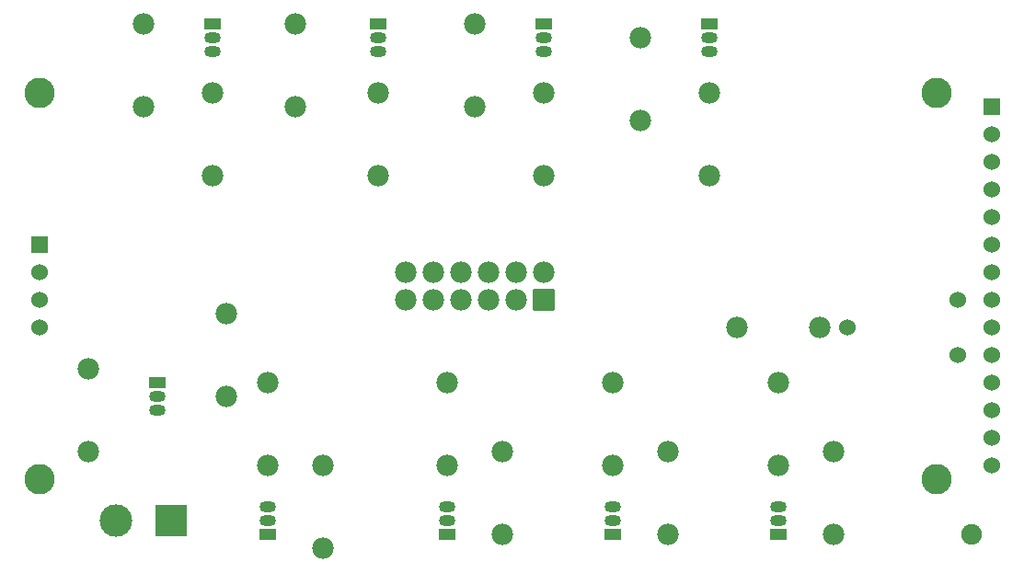
<source format=gbr>
%TF.GenerationSoftware,KiCad,Pcbnew,8.0.4*%
%TF.CreationDate,2024-09-20T16:04:35-06:00*%
%TF.ProjectId,Subsystem SPI Breakout v3,53756273-7973-4746-956d-205350492042,rev?*%
%TF.SameCoordinates,Original*%
%TF.FileFunction,Soldermask,Top*%
%TF.FilePolarity,Negative*%
%FSLAX46Y46*%
G04 Gerber Fmt 4.6, Leading zero omitted, Abs format (unit mm)*
G04 Created by KiCad (PCBNEW 8.0.4) date 2024-09-20 16:04:35*
%MOMM*%
%LPD*%
G01*
G04 APERTURE LIST*
G04 Aperture macros list*
%AMRoundRect*
0 Rectangle with rounded corners*
0 $1 Rounding radius*
0 $2 $3 $4 $5 $6 $7 $8 $9 X,Y pos of 4 corners*
0 Add a 4 corners polygon primitive as box body*
4,1,4,$2,$3,$4,$5,$6,$7,$8,$9,$2,$3,0*
0 Add four circle primitives for the rounded corners*
1,1,$1+$1,$2,$3*
1,1,$1+$1,$4,$5*
1,1,$1+$1,$6,$7*
1,1,$1+$1,$8,$9*
0 Add four rect primitives between the rounded corners*
20,1,$1+$1,$2,$3,$4,$5,0*
20,1,$1+$1,$4,$5,$6,$7,0*
20,1,$1+$1,$6,$7,$8,$9,0*
20,1,$1+$1,$8,$9,$2,$3,0*%
G04 Aperture macros list end*
%ADD10C,1.982000*%
%ADD11C,1.524000*%
%ADD12R,1.500000X1.050000*%
%ADD13O,1.500000X1.050000*%
%ADD14C,1.905000*%
%ADD15R,3.000000X3.000000*%
%ADD16C,3.000000*%
%ADD17RoundRect,0.102000X0.889000X0.889000X-0.889000X0.889000X-0.889000X-0.889000X0.889000X-0.889000X0*%
%ADD18C,2.794000*%
%ADD19R,1.524000X1.524000*%
G04 APERTURE END LIST*
D10*
%TO.C,R5*%
X118110000Y-78740000D03*
X118110000Y-71120000D03*
%TD*%
%TO.C,R9*%
X172720000Y-99060000D03*
X180340000Y-99060000D03*
%TD*%
D11*
%TO.C,U3*%
X182880000Y-99060000D03*
X193040000Y-96520000D03*
X193040000Y-101600000D03*
%TD*%
D10*
%TO.C,R16*%
X134620000Y-111760000D03*
X134620000Y-119380000D03*
%TD*%
%TO.C,R10*%
X148590000Y-78740000D03*
X148590000Y-71120000D03*
%TD*%
D12*
%TO.C,CS_SD1*%
X139700000Y-71120000D03*
D13*
X139700000Y-72390000D03*
X139700000Y-73660000D03*
%TD*%
D12*
%TO.C,DC1*%
X170180000Y-71120000D03*
D13*
X170180000Y-72390000D03*
X170180000Y-73660000D03*
%TD*%
D10*
%TO.C,R1*%
X181610000Y-110490000D03*
X181610000Y-118110000D03*
%TD*%
%TO.C,R17*%
X129540000Y-104140000D03*
X129540000Y-111760000D03*
%TD*%
%TO.C,R14*%
X132080000Y-78740000D03*
X132080000Y-71120000D03*
%TD*%
%TO.C,R11*%
X154940000Y-85090000D03*
X154940000Y-77470000D03*
%TD*%
D12*
%TO.C,RESET1*%
X146050000Y-118110000D03*
D13*
X146050000Y-116840000D03*
X146050000Y-115570000D03*
%TD*%
D10*
%TO.C,R6*%
X124460000Y-85090000D03*
X124460000Y-77470000D03*
%TD*%
D12*
%TO.C,MISO1*%
X124460000Y-71120000D03*
D13*
X124460000Y-72390000D03*
X124460000Y-73660000D03*
%TD*%
D14*
%TO.C,U1*%
X194310000Y-118110000D03*
%TD*%
D15*
%TO.C,LS1*%
X120650000Y-116840000D03*
D16*
X115570000Y-116840000D03*
%TD*%
D10*
%TO.C,R15*%
X139700000Y-85090000D03*
X139700000Y-77470000D03*
%TD*%
D17*
%TO.C,C1*%
X154940000Y-96520000D03*
D10*
X152400000Y-96520000D03*
X149860000Y-96520000D03*
X144780000Y-93980000D03*
X144780000Y-96520000D03*
X142240000Y-96520000D03*
X147320000Y-96520000D03*
X147320000Y-93980000D03*
X154940000Y-93980000D03*
X149860000Y-93980000D03*
X152400000Y-93980000D03*
X142240000Y-93980000D03*
%TD*%
D12*
%TO.C,MOSI1*%
X161290000Y-118110000D03*
D13*
X161290000Y-116840000D03*
X161290000Y-115570000D03*
%TD*%
D10*
%TO.C,R12*%
X163830000Y-80010000D03*
X163830000Y-72390000D03*
%TD*%
%TO.C,R2*%
X176530000Y-104140000D03*
X176530000Y-111760000D03*
%TD*%
D12*
%TO.C,Amplifying Transistor1*%
X119380000Y-104140000D03*
D13*
X119380000Y-105410000D03*
X119380000Y-106680000D03*
%TD*%
D10*
%TO.C,R7*%
X113030000Y-102870000D03*
X113030000Y-110490000D03*
%TD*%
%TO.C,R13*%
X170180000Y-85090000D03*
X170180000Y-77470000D03*
%TD*%
%TO.C,R19*%
X146050000Y-104140000D03*
X146050000Y-111760000D03*
%TD*%
D12*
%TO.C,CS_TFT1*%
X154940000Y-71120000D03*
D13*
X154940000Y-72390000D03*
X154940000Y-73660000D03*
%TD*%
D12*
%TO.C,SCK1*%
X176530000Y-118110000D03*
D13*
X176530000Y-116840000D03*
X176530000Y-115570000D03*
%TD*%
D10*
%TO.C,R3*%
X166370000Y-110490000D03*
X166370000Y-118110000D03*
%TD*%
%TO.C,R18*%
X151130000Y-110490000D03*
X151130000Y-118110000D03*
%TD*%
%TO.C,R8*%
X125730000Y-105410000D03*
X125730000Y-97790000D03*
%TD*%
%TO.C,R4*%
X161290000Y-104140000D03*
X161290000Y-111760000D03*
%TD*%
D18*
%TO.C,U2*%
X191060000Y-113030000D03*
X191060000Y-77470000D03*
X108510000Y-113030000D03*
X108510000Y-77470000D03*
D11*
X196140000Y-83820000D03*
X196140000Y-88900000D03*
X196140000Y-81280000D03*
X196140000Y-96520000D03*
X196140000Y-86360000D03*
X196140000Y-93980000D03*
X196140000Y-91440000D03*
X196140000Y-99060000D03*
D19*
X108510000Y-91440000D03*
D11*
X108510000Y-96520000D03*
X108510000Y-93980000D03*
X108510000Y-99060000D03*
X196140000Y-101600000D03*
X196140000Y-104140000D03*
X196140000Y-106680000D03*
X196140000Y-109220000D03*
X196140000Y-111760000D03*
D19*
X196140000Y-78740000D03*
%TD*%
D12*
%TO.C,CS_Touch1*%
X129540000Y-118110000D03*
D13*
X129540000Y-116840000D03*
X129540000Y-115570000D03*
%TD*%
M02*

</source>
